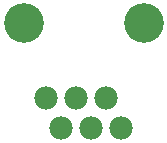
<source format=gbs>
G75*
G70*
%OFA0B0*%
%FSLAX24Y24*%
%IPPOS*%
%LPD*%
%AMOC8*
5,1,8,0,0,1.08239X$1,22.5*
%
%ADD10C,0.0780*%
%ADD11C,0.1320*%
D10*
X002402Y009566D03*
X001902Y010566D03*
X002902Y010566D03*
X003402Y009566D03*
X003902Y010566D03*
X004402Y009566D03*
D11*
X005152Y013066D03*
X001152Y013066D03*
M02*

</source>
